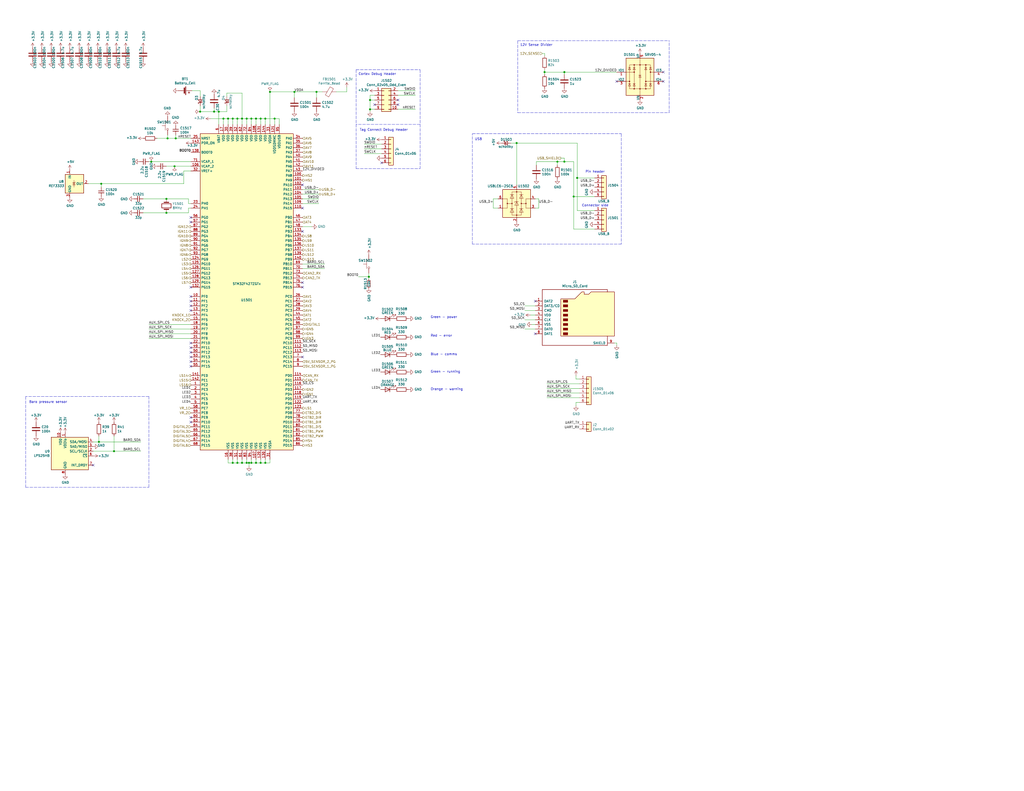
<source format=kicad_sch>
(kicad_sch (version 20211123) (generator eeschema)
  (paper "C")
  (title_block (title "1999 Dodge Dakota Based on rusEFI/proteus") (date "2023-08-12") (rev "V0.1") (company "rusEFI"))
  (junction (at 160.655 50.165))
  (junction (at 201.93 54.61))
  (junction (at 314.96 97.155))
  (junction (at 119.38 60.96))
  (junction (at 135.89 252.73))
  (junction (at 53.975 241.3))
  (junction (at 55.245 100.33))
  (junction (at 304.165 88.265))
  (junction (at 90.805 116.205))
  (junction (at 134.62 64.77))
  (junction (at 313.055 107.315))
  (junction (at 142.24 252.73))
  (junction (at 297.18 39.37))
  (junction (at 95.25 90.805))
  (junction (at 129.54 252.73))
  (junction (at 144.78 64.77))
  (junction (at 134.62 252.73))
  (junction (at 132.08 64.77))
  (junction (at 307.975 88.265))
  (junction (at 201.295 151.13))
  (junction (at 132.08 252.73))
  (junction (at 116.84 60.96))
  (junction (at 142.24 64.77))
  (junction (at 127 252.73))
  (junction (at 147.32 50.165))
  (junction (at 172.72 50.165))
  (junction (at 129.54 64.77))
  (junction (at 149.86 64.77))
  (junction (at 201.93 59.69))
  (junction (at 307.975 39.37))
  (junction (at 137.16 252.73))
  (junction (at 90.805 108.585))
  (junction (at 91.44 75.565))
  (junction (at 137.16 64.77))
  (junction (at 139.7 64.77))
  (junction (at 139.7 252.73))
  (junction (at 95.885 75.565))
  (junction (at 109.22 60.96))
  (junction (at 82.55 88.265))
  (junction (at 124.46 64.77))
  (junction (at 121.92 64.77))
  (junction (at 144.78 252.73))
  (junction (at 62.23 246.38))
  (junction (at 281.94 78.105))
  (junction (at 127 64.77))
  (no_connect (at 292.1 164.465))
  (no_connect (at 104.14 197.485))
  (no_connect (at 165.1 126.365))
  (no_connect (at 217.17 54.61))
  (no_connect (at 165.1 156.845))
  (no_connect (at 104.14 227.965))
  (no_connect (at 104.14 189.865))
  (no_connect (at 104.14 169.545))
  (no_connect (at 165.1 113.665))
  (no_connect (at 104.14 121.285))
  (no_connect (at 104.14 161.925))
  (no_connect (at 104.14 230.505))
  (no_connect (at 165.1 154.305))
  (no_connect (at 165.1 100.965))
  (no_connect (at 104.14 192.405))
  (no_connect (at 50.8 254))
  (no_connect (at 104.14 167.005))
  (no_connect (at 104.14 200.025))
  (no_connect (at 361.95 39.37))
  (no_connect (at 217.17 57.15))
  (no_connect (at 336.55 44.45))
  (no_connect (at 104.14 194.945))
  (no_connect (at 104.14 187.325))
  (no_connect (at 292.1 182.245))
  (no_connect (at 104.14 118.745))
  (no_connect (at 361.95 44.45))
  (no_connect (at 104.14 156.845))
  (no_connect (at 204.47 57.15))
  (no_connect (at 165.1 194.945))
  (no_connect (at 104.14 164.465))
  (no_connect (at 208.28 88.9))
  (wire (pts (xy 290.195 177.165) (xy 292.1 177.165)))
  (wire (pts (xy 144.78 252.73) (xy 147.32 252.73)))
  (wire (pts (xy 55.245 100.33) (xy 55.245 102.235)))
  (polyline (pts (xy 81.28 216.535) (xy 13.97 216.535)))
  (wire (pts (xy 129.54 252.73) (xy 132.08 252.73)))
  (wire (pts (xy 324.485 97.155) (xy 314.96 97.155)))
  (wire (pts (xy 173.99 111.125) (xy 165.1 111.125)))
  (wire (pts (xy 297.18 29.21) (xy 295.91 29.21)))
  (wire (pts (xy 104.14 88.265) (xy 82.55 88.265)))
  (wire (pts (xy 116.84 60.96) (xy 109.22 60.96)))
  (polyline (pts (xy 13.97 216.535) (xy 13.97 266.065)))
  (wire (pts (xy 152.4 64.77) (xy 149.86 64.77)))
  (wire (pts (xy 313.055 107.315) (xy 313.055 125.095)))
  (wire (pts (xy 124.46 64.77) (xy 124.46 67.945)))
  (wire (pts (xy 298.45 209.55) (xy 316.23 209.55)))
  (wire (pts (xy 217.17 52.07) (xy 226.695 52.07)))
  (wire (pts (xy 139.7 64.77) (xy 142.24 64.77)))
  (wire (pts (xy 281.94 78.105) (xy 278.765 78.105)))
  (polyline (pts (xy 282.575 61.595) (xy 365.125 61.595)))
  (wire (pts (xy 144.78 252.73) (xy 144.78 250.825)))
  (polyline (pts (xy 194.31 38.1) (xy 229.235 38.1)))
  (wire (pts (xy 48.26 100.33) (xy 55.245 100.33)))
  (wire (pts (xy 135.89 254.635) (xy 135.89 252.73)))
  (wire (pts (xy 132.08 64.77) (xy 132.08 50.8)))
  (wire (pts (xy 269.24 108.585) (xy 271.78 108.585)))
  (wire (pts (xy 91.44 73.66) (xy 91.44 75.565)))
  (polyline (pts (xy 339.09 133.35) (xy 257.81 133.35)))
  (wire (pts (xy 119.38 60.96) (xy 116.84 60.96)))
  (wire (pts (xy 124.46 252.73) (xy 127 252.73)))
  (wire (pts (xy 95.25 90.805) (xy 104.14 90.805)))
  (wire (pts (xy 201.295 151.13) (xy 201.295 149.225)))
  (wire (pts (xy 316.23 217.17) (xy 298.45 217.17)))
  (polyline (pts (xy 339.09 73.025) (xy 339.09 133.35)))
  (wire (pts (xy 62.23 238.125) (xy 62.23 246.38)))
  (wire (pts (xy 116.84 59.055) (xy 116.84 60.96)))
  (wire (pts (xy 313.055 107.315) (xy 313.055 88.265)))
  (wire (pts (xy 201.93 52.07) (xy 204.47 52.07)))
  (wire (pts (xy 109.22 49.53) (xy 109.22 52.705)))
  (wire (pts (xy 90.805 116.205) (xy 102.87 116.205)))
  (polyline (pts (xy 194.31 92.075) (xy 229.235 92.075)))
  (wire (pts (xy 137.16 67.945) (xy 137.16 64.77)))
  (wire (pts (xy 269.24 108.585) (xy 269.24 113.665)))
  (wire (pts (xy 307.975 88.265) (xy 304.165 88.265)))
  (wire (pts (xy 165.1 146.685) (xy 177.165 146.685)))
  (wire (pts (xy 314.325 219.71) (xy 316.23 219.71)))
  (wire (pts (xy 135.89 252.73) (xy 137.16 252.73)))
  (wire (pts (xy 134.62 67.945) (xy 134.62 64.77)))
  (wire (pts (xy 102.87 111.125) (xy 102.87 108.585)))
  (wire (pts (xy 294.005 108.585) (xy 294.005 113.665)))
  (wire (pts (xy 208.28 78.74) (xy 198.755 78.74)))
  (wire (pts (xy 307.975 86.36) (xy 307.975 88.265)))
  (wire (pts (xy 123.825 50.8) (xy 123.825 52.705)))
  (wire (pts (xy 173.99 103.505) (xy 165.1 103.505)))
  (wire (pts (xy 286.385 179.705) (xy 292.1 179.705)))
  (wire (pts (xy 172.72 53.34) (xy 172.72 50.165)))
  (wire (pts (xy 183.515 50.165) (xy 189.23 50.165)))
  (wire (pts (xy 198.755 81.28) (xy 208.28 81.28)))
  (polyline (pts (xy 229.235 67.945) (xy 194.31 67.945)))
  (wire (pts (xy 298.45 212.09) (xy 316.23 212.09)))
  (polyline (pts (xy 194.31 38.1) (xy 194.31 92.075)))
  (wire (pts (xy 90.805 108.585) (xy 78.105 108.585)))
  (wire (pts (xy 226.695 59.69) (xy 217.17 59.69)))
  (wire (pts (xy 201.295 152.4) (xy 201.295 151.13)))
  (wire (pts (xy 95.885 75.565) (xy 95.885 73.66)))
  (wire (pts (xy 297.18 39.37) (xy 297.18 40.64)))
  (wire (pts (xy 147.32 252.73) (xy 147.32 250.825)))
  (wire (pts (xy 62.23 246.38) (xy 76.835 246.38)))
  (wire (pts (xy 129.54 64.77) (xy 129.54 67.945)))
  (wire (pts (xy 134.62 252.73) (xy 135.89 252.73)))
  (wire (pts (xy 304.165 90.17) (xy 304.165 88.265)))
  (wire (pts (xy 292.1 108.585) (xy 294.005 108.585)))
  (wire (pts (xy 314.96 97.155) (xy 314.96 78.105)))
  (wire (pts (xy 127 252.73) (xy 127 250.825)))
  (wire (pts (xy 137.16 250.825) (xy 137.16 252.73)))
  (wire (pts (xy 132.08 252.73) (xy 134.62 252.73)))
  (wire (pts (xy 149.86 64.77) (xy 149.86 67.945)))
  (wire (pts (xy 286.385 174.625) (xy 292.1 174.625)))
  (wire (pts (xy 269.24 113.665) (xy 271.78 113.665)))
  (wire (pts (xy 314.325 221.615) (xy 314.325 219.71)))
  (wire (pts (xy 324.485 114.935) (xy 314.96 114.935)))
  (wire (pts (xy 104.14 182.245) (xy 81.28 182.245)))
  (wire (pts (xy 313.055 107.315) (xy 324.485 107.315)))
  (wire (pts (xy 114.935 64.77) (xy 121.92 64.77)))
  (wire (pts (xy 104.775 49.53) (xy 109.22 49.53)))
  (wire (pts (xy 201.295 151.13) (xy 195.58 151.13)))
  (wire (pts (xy 336.55 187.325) (xy 335.28 187.325)))
  (polyline (pts (xy 257.81 133.35) (xy 257.81 73.025)))
  (wire (pts (xy 204.47 59.69) (xy 201.93 59.69)))
  (wire (pts (xy 316.23 214.63) (xy 298.45 214.63)))
  (wire (pts (xy 306.07 86.36) (xy 307.975 86.36)))
  (wire (pts (xy 90.805 90.805) (xy 95.25 90.805)))
  (wire (pts (xy 189.23 50.165) (xy 189.23 47.625)))
  (wire (pts (xy 313.055 125.095) (xy 324.485 125.095)))
  (wire (pts (xy 134.62 252.73) (xy 134.62 250.825)))
  (wire (pts (xy 100.33 93.345) (xy 104.14 93.345)))
  (wire (pts (xy 78.105 116.205) (xy 90.805 116.205)))
  (wire (pts (xy 85.725 75.565) (xy 91.44 75.565)))
  (wire (pts (xy 102.87 116.205) (xy 102.87 113.665)))
  (polyline (pts (xy 257.81 73.025) (xy 339.09 73.025)))
  (wire (pts (xy 307.975 39.37) (xy 307.975 40.64)))
  (wire (pts (xy 297.18 30.48) (xy 297.18 29.21)))
  (wire (pts (xy 152.4 67.945) (xy 152.4 64.77)))
  (wire (pts (xy 297.18 38.1) (xy 297.18 39.37)))
  (wire (pts (xy 286.385 169.545) (xy 292.1 169.545)))
  (wire (pts (xy 201.93 54.61) (xy 201.93 52.07)))
  (wire (pts (xy 177.165 144.145) (xy 165.1 144.145)))
  (wire (pts (xy 292.735 88.265) (xy 292.735 90.17)))
  (polyline (pts (xy 365.125 61.595) (xy 365.125 22.225)))
  (wire (pts (xy 81.28 179.705) (xy 104.14 179.705)))
  (wire (pts (xy 109.22 60.96) (xy 109.22 57.785)))
  (wire (pts (xy 314.96 114.935) (xy 314.96 97.155)))
  (wire (pts (xy 201.93 59.69) (xy 201.93 54.61)))
  (wire (pts (xy 132.08 50.8) (xy 123.825 50.8)))
  (wire (pts (xy 127 252.73) (xy 129.54 252.73)))
  (wire (pts (xy 121.92 64.77) (xy 124.46 64.77)))
  (wire (pts (xy 170.18 123.825) (xy 165.1 123.825)))
  (wire (pts (xy 123.825 60.96) (xy 119.38 60.96)))
  (wire (pts (xy 100.33 93.345) (xy 100.33 100.33)))
  (wire (pts (xy 142.24 64.77) (xy 142.24 67.945)))
  (wire (pts (xy 217.17 49.53) (xy 226.695 49.53)))
  (wire (pts (xy 139.7 250.825) (xy 139.7 252.73)))
  (wire (pts (xy 313.055 88.265) (xy 307.975 88.265)))
  (wire (pts (xy 127 64.77) (xy 129.54 64.77)))
  (wire (pts (xy 123.825 57.785) (xy 123.825 60.96)))
  (wire (pts (xy 119.38 60.96) (xy 119.38 67.945)))
  (wire (pts (xy 134.62 64.77) (xy 137.16 64.77)))
  (wire (pts (xy 297.18 39.37) (xy 307.975 39.37)))
  (wire (pts (xy 132.08 250.825) (xy 132.08 252.73)))
  (wire (pts (xy 132.08 67.945) (xy 132.08 64.77)))
  (wire (pts (xy 82.55 88.265) (xy 81.28 88.265)))
  (wire (pts (xy 172.72 50.165) (xy 160.655 50.165)))
  (wire (pts (xy 208.28 83.82) (xy 198.755 83.82)))
  (wire (pts (xy 144.78 64.77) (xy 149.86 64.77)))
  (wire (pts (xy 53.975 238.125) (xy 53.975 241.3)))
  (wire (pts (xy 102.87 113.665) (xy 104.14 113.665)))
  (wire (pts (xy 104.14 184.785) (xy 81.28 184.785)))
  (wire (pts (xy 139.7 67.945) (xy 139.7 64.77)))
  (polyline (pts (xy 13.97 266.065) (xy 81.28 266.065)))
  (wire (pts (xy 137.16 252.73) (xy 139.7 252.73)))
  (wire (pts (xy 139.7 252.73) (xy 142.24 252.73)))
  (wire (pts (xy 95.885 75.565) (xy 104.14 75.565)))
  (wire (pts (xy 50.8 241.3) (xy 53.975 241.3)))
  (wire (pts (xy 289.56 172.085) (xy 292.1 172.085)))
  (wire (pts (xy 147.32 50.165) (xy 160.655 50.165)))
  (wire (pts (xy 314.96 78.105) (xy 281.94 78.105)))
  (wire (pts (xy 281.94 100.965) (xy 281.94 78.105)))
  (wire (pts (xy 286.385 167.005) (xy 292.1 167.005)))
  (wire (pts (xy 173.99 108.585) (xy 165.1 108.585)))
  (wire (pts (xy 314.325 207.01) (xy 316.23 207.01)))
  (polyline (pts (xy 282.575 22.225) (xy 282.575 61.595)))
  (wire (pts (xy 129.54 64.77) (xy 132.08 64.77)))
  (wire (pts (xy 137.16 64.77) (xy 139.7 64.77)))
  (wire (pts (xy 55.245 100.33) (xy 100.33 100.33)))
  (wire (pts (xy 314.325 205.105) (xy 314.325 207.01)))
  (wire (pts (xy 91.44 75.565) (xy 95.885 75.565)))
  (polyline (pts (xy 81.28 266.065) (xy 81.28 216.535)))
  (wire (pts (xy 81.28 177.165) (xy 104.14 177.165)))
  (wire (pts (xy 304.165 88.265) (xy 292.735 88.265)))
  (wire (pts (xy 124.46 250.825) (xy 124.46 252.73)))
  (wire (pts (xy 129.54 250.825) (xy 129.54 252.73)))
  (wire (pts (xy 104.14 111.125) (xy 102.87 111.125)))
  (wire (pts (xy 121.92 64.77) (xy 121.92 67.945)))
  (wire (pts (xy 132.08 64.77) (xy 134.62 64.77)))
  (wire (pts (xy 165.1 106.045) (xy 173.99 106.045)))
  (wire (pts (xy 127 64.77) (xy 127 67.945)))
  (wire (pts (xy 336.55 188.595) (xy 336.55 187.325)))
  (wire (pts (xy 50.8 246.38) (xy 62.23 246.38)))
  (polyline (pts (xy 229.235 38.1) (xy 229.235 92.075)))
  (wire (pts (xy 172.72 50.165) (xy 175.895 50.165)))
  (wire (pts (xy 90.805 108.585) (xy 102.87 108.585)))
  (wire (pts (xy 142.24 64.77) (xy 144.78 64.77)))
  (wire (pts (xy 147.32 50.165) (xy 147.32 67.945)))
  (wire (pts (xy 53.975 241.3) (xy 76.835 241.3)))
  (wire (pts (xy 160.655 50.165) (xy 160.655 53.34)))
  (wire (pts (xy 307.975 39.37) (xy 336.55 39.37)))
  (wire (pts (xy 142.24 252.73) (xy 144.78 252.73)))
  (wire (pts (xy 201.93 59.69) (xy 201.93 60.96)))
  (wire (pts (xy 292.1 113.665) (xy 294.005 113.665)))
  (wire (pts (xy 124.46 64.77) (xy 127 64.77)))
  (wire (pts (xy 142.24 252.73) (xy 142.24 250.825)))
  (wire (pts (xy 144.78 64.77) (xy 144.78 67.945)))
  (wire (pts (xy 204.47 54.61) (xy 201.93 54.61)))
  (polyline (pts (xy 282.575 22.225) (xy 365.125 22.225)))
  (text "Baro pressure sensor" (at 15.875 220.345 0) (effects (font (size 1.27 1.27)) (justify left bottom)))
  (text "Tag Connect Debug Header" (at 196.215 71.755 0) (effects (font (size 1.27 1.27)) (justify left bottom)))
  (text "12V Sense Divider" (at 283.845 25.4 0) (effects (font (size 1.27 1.27)) (justify left bottom)))
  (text "Orange - warning" (at 234.95 213.36 0) (effects (font (size 1.27 1.27)) (justify left bottom)))
  (text "Green - running" (at 234.95 203.835 0) (effects (font (size 1.27 1.27)) (justify left bottom)))
  (text "USB" (at 259.08 76.835 0) (effects (font (size 1.27 1.27)) (justify left bottom)))
  (text "Cortex Debug Header" (at 195.58 41.275 0) (effects (font (size 1.27 1.27)) (justify left bottom)))
  (text "Red - error" (at 234.95 184.15 0) (effects (font (size 1.27 1.27)) (justify left bottom)))
  (text "Blue - comms" (at 234.95 194.31 0) (effects (font (size 1.27 1.27)) (justify left bottom)))
  (text "Pin header" (at 319.405 94.615 0) (effects (font (size 1.27 1.27)) (justify left bottom)))
  (text "Connector side" (at 317.5 113.03 0) (effects (font (size 1.27 1.27)) (justify left bottom)))
  (text "Green - power" (at 234.95 173.99 0) (effects (font (size 1.27 1.27)) (justify left bottom)))
  (label "SWDIO" (at 226.695 49.53 180))
  (label "BARO_SDA" (at 76.835 241.3 180))
  (label "BOOT0" (at 195.58 151.13 180))
  (label "AUX_SPI_SCK" (at 81.28 179.705 0))
  (label "SWDIO" (at 173.99 108.585 180))
  (label "BARO_SCL" (at 76.835 246.38 180))
  (label "SD_MISO" (at 286.385 179.705 180))
  (label "nRESET" (at 97.155 75.565 0))
  (label "BOOT0" (at 104.14 83.185 180))
  (label "SWCLK" (at 173.99 111.125 180))
  (label "12V_DIVIDED" (at 336.55 39.37 180))
  (label "SWCLK" (at 226.695 52.07 180))
  (label "LED3" (at 104.14 217.805 180))
  (label "SD_MOSI" (at 286.385 169.545 180))
  (label "LED1" (at 104.14 212.725 180))
  (label "USB_D-" (at 324.485 99.695 180))
  (label "BARO_SDA" (at 177.165 146.685 180))
  (label "AUX_SPI_MISO" (at 298.45 214.63 0))
  (label "USB_D-" (at 324.485 117.475 180))
  (label "LED2" (at 207.645 193.675 180))
  (label "SD_CS" (at 286.385 167.005 180))
  (label "nRESET" (at 198.755 81.28 0))
  (label "BARO_SCL" (at 177.165 144.145 180))
  (label "VDDA" (at 160.655 50.165 0))
  (label "USB_D-" (at 173.99 103.505 180))
  (label "LED2" (at 104.14 215.265 180))
  (label "LED3" (at 207.645 203.2 180))
  (label "USB_D+" (at 324.485 102.235 180))
  (label "AUX_SPI_SCK" (at 298.45 212.09 0))
  (label "AUX_SPI_MOSI" (at 81.28 184.785 0))
  (label "AUX_SPI_MISO" (at 81.28 182.245 0))
  (label "SWCLK" (at 198.755 83.82 0))
  (label "BOOT0" (at 104.14 83.185 180))
  (label "SWDIO" (at 198.755 78.74 0))
  (label "SD_SCK" (at 165.1 187.325 0))
  (label "nRESET" (at 226.695 59.69 180))
  (label "UART_RX" (at 165.1 220.345 0))
  (label "USB_D+" (at 269.24 111.125 180))
  (label "AUX_SPI_MOSI" (at 298.45 217.17 0))
  (label "SD_MISO" (at 165.1 189.865 0))
  (label "UART_TX" (at 165.1 217.805 0))
  (label "12V_DIVIDED" (at 165.1 93.345 0))
  (label "LED4" (at 104.14 220.345 180))
  (label "UART_TX" (at 316.23 231.775 180))
  (label "USB_D+" (at 324.485 120.015 180))
  (label "UART_RX" (at 316.23 234.315 180))
  (label "SD_SCK" (at 286.385 174.625 180))
  (label "AUX_SPI_CS" (at 298.45 209.55 0))
  (label "SD_MOSI" (at 165.1 192.405 0))
  (label "LED4" (at 207.645 212.725 180))
  (label "USB_D-" (at 294.005 111.125 0))
  (label "AUX_SPI_CS" (at 81.28 177.165 0))
  (label "LED1" (at 207.645 184.15 180))
  (label "USB_D+" (at 173.99 106.045 180))
  (label "SD_CS" (at 165.1 210.185 0))
  (hierarchical_label "HS4" (shape output) (at 165.1 240.665 0))
  (hierarchical_label "LS3" (shape output) (at 104.14 144.145 180))
  (hierarchical_label "LS16" (shape output) (at 104.14 210.185 180))
  (hierarchical_label "CAN2_RX" (shape input) (at 165.1 149.225 0))
  (hierarchical_label "LS6" (shape output) (at 104.14 151.765 180))
  (hierarchical_label "IGN5" (shape output) (at 165.1 179.705 0))
  (hierarchical_label "AV1" (shape input) (at 165.1 161.925 0))
  (hierarchical_label "DIGITAL1" (shape input) (at 165.1 177.165 0))
  (hierarchical_label "DIGITAL3" (shape input) (at 104.14 235.585 180))
  (hierarchical_label "LS11" (shape output) (at 165.1 136.525 0))
  (hierarchical_label "CAN_RX" (shape input) (at 165.1 205.105 0))
  (hierarchical_label "12V_SENSE" (shape input) (at 295.91 29.21 180))
  (hierarchical_label "AV11" (shape input) (at 165.1 90.805 0))
  (hierarchical_label "ETB2_DIR" (shape output) (at 165.1 227.965 0))
  (hierarchical_label "KNOCK_2" (shape input) (at 104.14 174.625 180))
  (hierarchical_label "IGN6" (shape output) (at 104.14 139.065 180))
  (hierarchical_label "AV5" (shape input) (at 165.1 75.565 0))
  (hierarchical_label "ETB1_DIR" (shape output) (at 165.1 230.505 0))
  (hierarchical_label "AV8" (shape input) (at 165.1 83.185 0))
  (hierarchical_label "IGN9" (shape output) (at 104.14 131.445 180))
  (hierarchical_label "ETB1_DIS" (shape output) (at 165.1 233.045 0))
  (hierarchical_label "IGN11" (shape output) (at 104.14 126.365 180))
  (hierarchical_label "AV9" (shape input) (at 165.1 85.725 0))
  (hierarchical_label "AV6" (shape input) (at 165.1 78.105 0))
  (hierarchical_label "AT3" (shape input) (at 165.1 118.745 0))
  (hierarchical_label "IGN4" (shape output) (at 165.1 182.245 0))
  (hierarchical_label "CAN2_TX" (shape output) (at 165.1 151.765 0))
  (hierarchical_label "USB_SHIELD" (shape passive) (at 306.07 86.36 180))
  (hierarchical_label "LS1" (shape output) (at 165.1 222.885 0))
  (hierarchical_label "LS9" (shape output) (at 165.1 131.445 0))
  (hierarchical_label "LS5" (shape output) (at 104.14 149.225 180))
  (hierarchical_label "DIGITAL6" (shape input) (at 104.14 243.205 180))
  (hierarchical_label "IGN1" (shape output) (at 165.1 215.265 0))
  (hierarchical_label "LS4" (shape output) (at 104.14 146.685 180))
  (hierarchical_label "KNOCK_1" (shape input) (at 104.14 172.085 180))
  (hierarchical_label "AV7" (shape input) (at 165.1 80.645 0))
  (hierarchical_label "IGN3" (shape output) (at 165.1 184.785 0))
  (hierarchical_label "DIGITAL2" (shape input) (at 104.14 233.045 180))
  (hierarchical_label "LS14" (shape output) (at 104.14 205.105 180))
  (hierarchical_label "LS13" (shape output) (at 165.1 141.605 0))
  (hierarchical_label "CAN_TX" (shape output) (at 165.1 207.645 0))
  (hierarchical_label "5V_SENSOR_2_PG" (shape input) (at 165.1 197.485 0))
  (hierarchical_label "5V_SENSOR_1_PG" (shape input) (at 165.1 200.025 0))
  (hierarchical_label "VR_1" (shape input) (at 104.14 222.885 180))
  (hierarchical_label "VR_2" (shape input) (at 104.14 225.425 180))
  (hierarchical_label "IGN12" (shape output) (at 104.14 123.825 180))
  (hierarchical_label "HS1" (shape output) (at 165.1 98.425 0))
  (hierarchical_label "AT2" (shape input) (at 165.1 174.625 0))
  (hierarchical_label "ETB2_DIS" (shape output) (at 165.1 225.425 0))
  (hierarchical_label "AV2" (shape input) (at 165.1 164.465 0))
  (hierarchical_label "LS10" (shape output) (at 165.1 133.985 0))
  (hierarchical_label "IGN7" (shape output) (at 104.14 136.525 180))
  (hierarchical_label "IGN10" (shape output) (at 104.14 128.905 180))
  (hierarchical_label "ETB1_PWM" (shape output) (at 165.1 235.585 0))
  (hierarchical_label "DIGITAL4" (shape input) (at 104.14 240.665 180))
  (hierarchical_label "HS2" (shape output) (at 165.1 95.885 0))
  (hierarchical_label "AT4" (shape input) (at 165.1 121.285 0))
  (hierarchical_label "LS2" (shape output) (at 104.14 141.605 180))
  (hierarchical_label "AV10" (shape input) (at 165.1 88.265 0))
  (hierarchical_label "DIGITAL5" (shape input) (at 104.14 238.125 180))
  (hierarchical_label "LS8" (shape output) (at 165.1 128.905 0))
  (hierarchical_label "USB_D+" (shape bidirectional) (at 173.99 106.045 0))
  (hierarchical_label "USB_D-" (shape bidirectional) (at 173.99 103.505 0))
  (hierarchical_label "LS15" (shape output) (at 104.14 207.645 180))
  (hierarchical_label "HS3" (shape output) (at 165.1 243.205 0))
  (hierarchical_label "AV3" (shape input) (at 165.1 167.005 0))
  (hierarchical_label "IGN2" (shape output) (at 165.1 212.725 0))
  (hierarchical_label "AT1" (shape input) (at 165.1 172.085 0))
  (hierarchical_label "LS12" (shape output) (at 165.1 139.065 0))
  (hierarchical_label "AV4" (shape input) (at 165.1 169.545 0))
  (hierarchical_label "ETB2_PWM" (shape output) (at 165.1 238.125 0))
  (hierarchical_label "LS7" (shape output) (at 104.14 154.305 180))
  (hierarchical_label "IGN8" (shape output) (at 104.14 133.985 180))
  (symbol (lib_id "MCU_ST_STM32F7:STM32F767ZITx") (at 134.62 159.385 0) (unit 1)
    (property "Reference" "U1501" (at 134.62 163.83 0))
    (property "Value" "STM32F427ZGTx" (at 134.62 154.94 0))
    (property "Footprint" "Package_QFP:LQFP-144_20x20mm_P0.5mm" (effects hide))
    (property "Datasheet" "http://www.st.com/st-web-ui/static/active/en/resource/technical/document/datasheet/DM00273119.pdf" (effects hide))
    (property "PN" "STM32F767ZIT6" (effects hide))
    (property "LCSC" "C117816" (effects hide))
  )
  (symbol (lib_id "Device:C") (at 43.18 29.845 0) (mirror x) (unit 1)
    (property "Reference" "C1508" (at 44.45 31.115 90) (effects (justify left)))
    (property "Value" "100n" (at 44.45 25.4 90) (effects (justify left)))
    (property "Footprint" "Capacitor_SMD:C_0603_1608Metric" (effects hide))
    (property "LCSC" "C14663" (effects hide))
    (property "LCSC_ext" "0" (effects hide))
  )
  (symbol (lib_id "Device:C") (at 48.26 29.845 0) (mirror x) (unit 1)
    (property "Reference" "C1509" (at 49.53 31.115 90) (effects (justify left)))
    (property "Value" "100n" (at 49.53 25.4 90) (effects (justify left)))
    (property "Footprint" "Capacitor_SMD:C_0603_1608Metric" (effects hide))
    (property "LCSC" "C14663" (effects hide))
    (property "LCSC_ext" "0" (effects hide))
  )
  (symbol (lib_id "Device:C") (at 53.34 29.845 0) (mirror x) (unit 1)
    (property "Reference" "C1510" (at 54.61 31.115 90) (effects (justify left)))
    (property "Value" "100n" (at 54.61 25.4 90) (effects (justify left)))
    (property "Footprint" "Capacitor_SMD:C_0603_1608Metric" (effects hide))
    (property "LCSC" "C14663" (effects hide))
    (property "LCSC_ext" "0" (effects hide))
  )
  (symbol (lib_id "Device:C") (at 58.42 29.845 0) (mirror x) (unit 1)
    (property "Reference" "C1511" (at 59.69 31.115 90) (effects (justify left)))
    (property "Value" "100n" (at 59.69 25.4 90) (effects (justify left)))
    (property "Footprint" "Capacitor_SMD:C_0603_1608Metric" (effects hide))
    (property "LCSC" "C14663" (effects hide))
    (property "LCSC_ext" "0" (effects hide))
  )
  (symbol (lib_id "Device:C") (at 63.5 29.845 0) (mirror x) (unit 1)
    (property "Reference" "C1512" (at 64.77 31.115 90) (effects (justify left)))
    (property "Value" "4.7u" (at 64.77 25.4 90) (effects (justify left)))
    (property "Footprint" "Capacitor_SMD:C_0603_1608Metric" (effects hide))
    (property "PN" "CGA3E2X7R1H103M080AA" (effects hide))
    (property "LCSC" "C19666" (effects hide))
    (property "LCSC_ext" "0" (effects hide))
  )
  (symbol (lib_id "Device:C") (at 68.58 29.845 0) (mirror x) (unit 1)
    (property "Reference" "C1513" (at 69.85 31.115 90) (effects (justify left)))
    (property "Value" "100n" (at 69.85 25.4 90) (effects (justify left)))
    (property "Footprint" "Capacitor_SMD:C_0603_1608Metric" (effects hide))
    (property "LCSC" "C14663" (effects hide))
    (property "LCSC_ext" "0" (effects hide))
  )
  (symbol (lib_id "power:GND") (at 22.86 33.655 0) (mirror y) (unit 1)
    (property "Reference" "#PWR01504" (effects hide))
    (property "Value" "GND" (effects hide))
  )
  (symbol (lib_id "power:GND") (at 27.94 33.655 0) (mirror y) (unit 1)
    (property "Reference" "#PWR01505" (effects hide))
    (property "Value" "GND" (effects hide))
  )
  (symbol (lib_id "power:GND") (at 33.02 33.655 0) (mirror y) (unit 1)
    (property "Reference" "#PWR01506" (effects hide))
    (property "Value" "GND" (effects hide))
  )
  (symbol (lib_id "power:GND") (at 38.1 33.655 0) (mirror y) (unit 1)
    (property "Reference" "#PWR01507" (effects hide))
    (property "Value" "GND" (effects hide))
  )
  (symbol (lib_id "power:GND") (at 43.18 33.655 0) (mirror y) (unit 1)
    (property "Reference" "#PWR01508" (effects hide))
    (property "Value" "GND" (effects hide))
  )
  (symbol (lib_id "power:GND") (at 48.26 33.655 0) (mirror y) (unit 1)
    (property "Reference" "#PWR01509" (effects hide))
    (property "Value" "GND" (effects hide))
  )
  (symbol (lib_id "power:GND") (at 53.34 33.655 0) (mirror y) (unit 1)
    (property "Reference" "#PWR01510" (effects hide))
    (property "Value" "GND" (effects hide))
  )
  (symbol (lib_id "power:GND") (at 58.42 33.655 0) (mirror y) (unit 1)
    (property "Reference" "#PWR01511" (effects hide))
    (property "Value" "GND" (effects hide))
  )
  (symbol (lib_id "power:GND") (at 63.5 33.655 0) (mirror y) (unit 1)
    (property "Reference" "#PWR01512" (effects hide))
    (property "Value" "GND" (effects hide))
  )
  (symbol (lib_id "power:GND") (at 68.58 33.655 0) (mirror y) (unit 1)
    (property "Reference" "#PWR01513" (effects hide))
    (property "Value" "GND" (effects hide))
  )
  (symbol (lib_id "Device:C") (at 78.105 29.845 180) (unit 1)
    (property "Reference" "C1515" (at 76.835 31.115 90) (effects (justify left)))
    (property "Value" "4.7u" (at 76.835 25.4 90) (effects (justify left)))
    (property "Footprint" "Capacitor_SMD:C_0603_1608Metric" (effects hide))
    (property "PN" "CGA3E2X7R1H103M080AA" (effects hide))
    (property "LCSC" "C19666" (effects hide))
    (property "LCSC_ext" "0" (effects hide))
  )
  (symbol (lib_id "power:GND") (at 78.105 33.655 0) (unit 1)
    (property "Reference" "#PWR01515" (effects hide))
    (property "Value" "GND" (effects hide))
  )
  (symbol (lib_id "Device:LED") (at 211.455 173.99 180) (unit 1)
    (property "Reference" "D1502" (at 211.455 168.91 0))
    (property "Value" "GREEN" (at 211.455 170.815 0))
    (property "Footprint" "LED_SMD:LED_0603_1608Metric_Castellated" (effects hide))
    (property "LCSC" "C72043" (effects hide))
    (property "LCSC_ext" "0" (effects hide))
  )
  (symbol (lib_id "power:+3.3V") (at 207.645 173.99 90) (unit 1)
    (property "Reference" "#PWR0225" (effects hide))
    (property "Value" "+3.3V" (at 204.3938 173.609 90) (effects (justify left)))
  )
  (symbol (lib_id "Device:R") (at 219.075 173.99 270) (unit 1)
    (property "Reference" "R1508" (at 219.075 168.7322 90))
    (property "Value" "330" (at 219.075 171.0436 90))
    (property "Footprint" "Resistor_SMD:R_0402_1005Metric" (effects hide))
    (property "LCSC" "C25104" (effects hide))
  )
  (symbol (lib_id "power:GND") (at 222.885 173.99 90) (unit 1)
    (property "Reference" "#PWR0226" (effects hide))
    (property "Value" "GND" (at 226.1362 173.863 90) (effects (justify right)))
  )
  (symbol (lib_id "Switch:SW_Push") (at 91.44 68.58 90) (unit 1)
    (property "Reference" "SW1501" (at 85.725 66.675 90) (effects (justify right)))
    (property "Value" "SW_Push" (effects hide))
    (property "Footprint" "Button_Switch_SMD:SW_SPST_EVQQ2" (effects hide))
    (property "LCSC" "C318887" (effects hide))
    (property "LCSC_ext" "1" (effects hide))
  )
  (symbol (lib_id "power:GND") (at 91.44 63.5 180) (unit 1)
    (property "Reference" "#PWR0110" (effects hide))
    (property "Value" "GND" (at 91.313 59.1058 0))
  )
  (symbol (lib_id "power:+3.3V") (at 104.14 78.105 90) (unit 1)
    (property "Reference" "#PWR0239" (effects hide))
    (property "Value" "+3.3V" (at 107.95 79.375 90) (effects (justify left)))
  )
  (symbol (lib_id "power:GND") (at 135.89 254.635 0) (unit 1)
    (property "Reference" "#PWR01534" (effects hide))
    (property "Value" "GND" (at 136.017 259.0292 0))
  )
  (symbol (lib_id "power:+3.3V") (at 114.935 64.77 90) (unit 1)
    (property "Reference" "#PWR01519" (effects hide))
    (property "Value" "+3.3V" (at 111.6838 64.389 90) (effects (justify left)))
  )
  (symbol (lib_id "Device:FerriteBead") (at 179.705 50.165 270) (unit 1)
    (property "Reference" "FB1501" (at 179.705 43.2054 90))
    (property "Value" "Ferrite_Bead" (at 179.705 45.5168 90))
    (property "Footprint" "Inductor_SMD:L_0805_2012Metric" (effects hide))
    (property "LCSC" "C1015" (effects hide))
    (property "LCSC_ext" "0" (effects hide))
  )
  (symbol (lib_id "Device:C") (at 172.72 57.15 0) (unit 1)
    (property "Reference" "C1502" (at 175.641 55.9816 0) (effects (justify left)))
    (property "Value" "4.7u" (at 175.641 58.293 0) (effects (justify left)))
    (property "Footprint" "Capacitor_SMD:C_0603_1608Metric" (effects hide))
    (property "LCSC" "C19666" (effects hide))
    (property "LCSC_ext" "0" (effects hide))
  )
  (symbol (lib_id "Device:C") (at 160.655 57.15 0) (unit 1)
    (property "Reference" "C1501" (at 163.576 55.9816 0) (effects (justify left)))
    (property "Value" "100n" (at 163.576 58.293 0) (effects (justify left)))
    (property "Footprint" "Capacitor_SMD:C_0603_1608Metric" (effects hide))
    (property "LCSC" "C14663" (effects hide))
    (property "LCSC_ext" "0" (effects hide))
  )
  (symbol (lib_id "power:GND") (at 160.655 60.96 0) (unit 1)
    (property "Reference" "#PWR01516" (effects hide))
    (property "Value" "GND" (at 160.782 65.3542 0))
  )
  (symbol (lib_id "power:GND") (at 172.72 60.96 0) (unit 1)
    (property "Reference" "#PWR01517" (effects hide))
    (property "Value" "GND" (at 172.847 65.3542 0))
  )
  (symbol (lib_id "Device:C") (at 17.78 29.845 0) (mirror x) (unit 1)
    (property "Reference" "C1503" (at 19.05 31.115 90) (effects (justify left)))
    (property "Value" "100n" (at 19.05 25.4 90) (effects (justify left)))
    (property "Footprint" "Capacitor_SMD:C_0603_1608Metric" (effects hide))
    (property "LCSC" "C14663" (effects hide))
    (property "LCSC_ext" "0" (effects hide))
  )
  (symbol (lib_id "Device:C") (at 22.86 29.845 0) (mirror x) (unit 1)
    (property "Reference" "C1504" (at 24.13 31.115 90) (effects (justify left)))
    (property "Value" "100n" (at 24.13 25.4 90) (effects (justify left)))
    (property "Footprint" "Capacitor_SMD:C_0603_1608Metric" (effects hide))
    (property "LCSC" "C14663" (effects hide))
    (property "LCSC_ext" "0" (effects hide))
  )
  (symbol (lib_id "Device:C") (at 27.94 29.845 0) (mirror x) (unit 1)
    (property "Reference" "C1505" (at 29.21 31.115 90) (effects (justify left)))
    (property "Value" "100n" (at 29.21 25.4 90) (effects (justify left)))
    (property "Footprint" "Capacitor_SMD:C_0603_1608Metric" (effects hide))
    (property "LCSC" "C14663" (effects hide))
    (property "LCSC_ext" "0" (effects hide))
  )
  (symbol (lib_id "Device:C") (at 33.02 29.845 0) (mirror x) (unit 1)
    (property "Reference" "C1506" (at 34.29 31.115 90) (effects (justify left)))
    (property "Value" "4.7u" (at 34.29 25.4 90) (effects (justify left)))
    (property "Footprint" "Capacitor_SMD:C_0603_1608Metric" (effects hide))
    (property "PN" "CGA3E2X7R1H103M080AA" (effects hide))
    (property "LCSC" "C19666" (effects hide))
    (property "LCSC_ext" "0" (effects hide))
  )
  (symbol (lib_id "Device:C") (at 38.1 29.845 0) (mirror x) (unit 1)
    (property "Reference" "C1507" (at 39.37 31.115 90) (effects (justify left)))
    (property "Value" "4.7u" (at 39.37 25.4 90) (effects (justify left)))
    (property "Footprint" "Capacitor_SMD:C_0603_1608Metric" (effects hide))
    (property "PN" "CGA3E2X7R1H103M080AA" (effects hide))
    (property "LCSC" "C19666" (effects hide))
    (property "LCSC_ext" "0" (effects hide))
  )
  (symbol (lib_id "power:GND") (at 17.78 33.655 0) (mirror y) (unit 1)
    (property "Reference" "#PWR01503" (effects hide))
    (property "Value" "GND" (effects hide))
  )
  (symbol (lib_id "Device:C_Small") (at 55.245 104.775 0) (unit 1)
    (property "Reference" "C1520" (at 57.5818 103.6066 0) (effects (justify left)))
    (property "Value" "100n" (at 57.5818 105.918 0) (effects (justify left)))
    (property "Footprint" "Capacitor_SMD:C_0603_1608Metric" (effects hide))
    (property "LCSC" "C14663" (effects hide))
    (property "LCSC_ext" "0" (effects hide))
  )
  (symbol (lib_id "Device:C_Small") (at 88.265 90.805 270) (unit 1)
    (property "Reference" "C1519" (at 89.4334 93.1418 0) (effects (justify left)))
    (property "Value" "2.2u" (at 87.122 93.1418 0) (effects (justify left)))
    (property "Footprint" "Capacitor_SMD:C_0603_1608Metric" (effects hide))
    (property "LCSC" "C23630" (effects hide))
    (property "LCSC_ext" "0" (effects hide))
  )
  (symbol (lib_id "Device:C_Small") (at 78.74 88.265 270) (unit 1)
    (property "Reference" "C1518" (at 79.9084 90.6018 0) (effects (justify left)))
    (property "Value" "2.2u" (at 77.597 90.6018 0) (effects (justify left)))
    (property "Footprint" "Capacitor_SMD:C_0603_1608Metric" (effects hide))
    (property "LCSC" "C23630" (effects hide))
    (property "LCSC_ext" "0" (effects hide))
  )
  (symbol (lib_id "power:GND") (at 85.725 90.805 270) (unit 1)
    (property "Reference" "#PWR01526" (effects hide))
    (property "Value" "GND" (at 82.55 90.805 0))
  )
  (symbol (lib_id "power:GND") (at 76.2 88.265 270) (unit 1)
    (property "Reference" "#PWR01525" (effects hide))
    (property "Value" "GND" (at 73.025 88.265 0))
  )
  (symbol (lib_id "power:+3.3V") (at 189.23 47.625 0) (unit 1)
    (property "Reference" "#PWR01501" (effects hide))
    (property "Value" "+3.3V" (at 189.611 43.2308 0))
  )
  (symbol (lib_id "Device:C_Small") (at 95.885 71.12 0) (unit 1)
    (property "Reference" "C1517" (at 98.2218 69.9516 0) (effects (justify left)))
    (property "Value" "100n" (at 98.2218 72.263 0) (effects (justify left)))
    (property "Footprint" "Capacitor_SMD:C_0603_1608Metric" (effects hide))
    (property "LCSC" "C14663" (effects hide))
    (property "LCSC_ext" "0" (effects hide))
  )
  (symbol (lib_id "Device:R") (at 81.915 75.565 270) (unit 1)
    (property "Reference" "R1502" (at 81.915 70.3072 90))
    (property "Value" "10k" (at 81.915 72.6186 90))
    (property "Footprint" "Resistor_SMD:R_0402_1005Metric" (effects hide))
    (property "LCSC" "C25744" (effects hide))
    (property "LCSC_ext" "0" (effects hide))
  )
  (symbol (lib_id "power:+3.3V") (at 78.105 75.565 90) (unit 1)
    (property "Reference" "#PWR01524" (effects hide))
    (property "Value" "+3.3V" (at 74.8538 75.184 90) (effects (justify left)))
  )
  (symbol (lib_id "power:GND") (at 95.885 68.58 180) (unit 1)
    (property "Reference" "#PWR01521" (effects hide))
    (property "Value" "GND" (at 95.758 64.1858 0))
  )
  (symbol (lib_id "Device:C_Small") (at 75.565 108.585 270) (unit 1)
    (property "Reference" "C1521" (at 75.565 106.045 90))
    (property "Value" "33p" (at 75.565 111.125 90))
    (property "Footprint" "Capacitor_SMD:C_0402_1005Metric" (effects hide))
    (property "LCSC" "C1562" (effects hide))
    (property "LCSC_ext" "0" (effects hide))
  )
  (symbol (lib_id "Device:C_Small") (at 75.565 116.205 270) (unit 1)
    (property "Reference" "C1522" (at 75.565 113.665 90))
    (property "Value" "33p" (at 75.565 118.745 90))
    (property "Footprint" "Capacitor_SMD:C_0402_1005Metric" (effects hide))
    (property "LCSC" "C1562" (effects hide))
    (property "LCSC_ext" "0" (effects hide))
  )
  (symbol (lib_id "power:GND") (at 73.025 108.585 270) (unit 1)
    (property "Reference" "#PWR01528" (effects hide))
    (property "Value" "GND" (at 69.7738 108.712 90) (effects (justify right)))
  )
  (symbol (lib_id "power:GND") (at 73.025 116.205 270) (unit 1)
    (property "Reference" "#PWR01529" (effects hide))
    (property "Value" "GND" (at 69.7738 116.332 90) (effects (justify right)))
  )
  (symbol (lib_id "Connector_Generic:Conn_02x05_Odd_Even") (at 209.55 54.61 0) (unit 1)
    (property "Reference" "J1502" (at 210.82 44.0182 0))
    (property "Value" "Conn_02x05_Odd_Even" (at 210.82 46.3296 0))
    (property "Footprint" "Connector_PinHeader_1.27mm:PinHeader_2x05_P1.27mm_Vertical_SMD" (effects hide))
    (property "PN" "FTSH-105-01-F-DV-007-K" (effects hide))
    (property "LCSC" "N/A" (effects hide))
  )
  (symbol (lib_id "power:GND") (at 201.93 60.96 0) (unit 1)
    (property "Reference" "#PWR01518" (effects hide))
    (property "Value" "GND" (at 202.057 65.3542 0))
  )
  (symbol (lib_id "power:+3.3V") (at 204.47 49.53 90) (unit 1)
    (property "Reference" "#PWR01502" (effects hide))
    (property "Value" "+3.3V" (at 201.2188 49.149 90) (effects (justify left)))
  )
  (symbol (lib_id "Device:C") (at 292.735 93.98 0) (unit 1)
    (property "Reference" "C1516" (at 295.656 92.8116 0) (effects (justify left)))
    (property "Value" "100n" (at 295.656 95.123 0) (effects (justify left)))
    (property "Footprint" "Capacitor_SMD:C_0603_1608Metric" (effects hide))
    (property "LCSC" "C14663" (effects hide))
    (property "LCSC_ext" "0" (effects hide))
  )
  (symbol (lib_id "Device:R") (at 304.165 93.98 0) (unit 1)
    (property "Reference" "R1501" (at 305.943 92.8116 0) (effects (justify left)))
    (property "Value" "100k" (at 305.943 95.123 0) (effects (justify left)))
    (property "Footprint" "Resistor_SMD:R_0402_1005Metric" (effects hide))
    (property "LCSC" "C25741" (effects hide))
    (property "LCSC_ext" "0" (effects hide))
  )
  (symbol (lib_id "power:GND") (at 304.165 97.79 0) (unit 1)
    (property "Reference" "#PWR01523" (effects hide))
    (property "Value" "GND" (at 304.292 102.1842 0))
  )
  (symbol (lib_id "power:GND") (at 292.735 97.79 0) (unit 1)
    (property "Reference" "#PWR01522" (effects hide))
    (property "Value" "GND" (at 292.862 102.1842 0))
  )
  (symbol (lib_id "Device:R") (at 297.18 34.29 0) (unit 1)
    (property "Reference" "R1503" (at 298.958 33.1216 0) (effects (justify left)))
    (property "Value" "82k" (at 298.958 35.433 0) (effects (justify left)))
    (property "Footprint" "Resistor_SMD:R_0603_1608Metric" (effects hide))
    (property "LCSC" "C23254" (effects hide))
    (property "LCSC_ext" "0" (effects hide))
  )
  (symbol (lib_id "Device:R") (at 297.18 44.45 0) (unit 1)
    (property "Reference" "R1504" (at 298.958 43.2816 0) (effects (justify left)))
    (property "Value" "10k" (at 298.958 45.593 0) (effects (justify left)))
    (property "Footprint" "Resistor_SMD:R_0402_1005Metric" (effects hide))
    (property "LCSC" "C25744" (effects hide))
    (property "LCSC_ext" "0" (effects hide))
  )
  (symbol (lib_id "power:GND") (at 297.18 48.26 0) (unit 1)
    (property "Reference" "#PWR01532" (effects hide))
    (property "Value" "GND" (at 297.307 52.6542 0))
  )
  (symbol (lib_id "Device:LED") (at 211.455 184.15 180) (unit 1)
    (property "Reference" "D1504" (at 211.455 179.705 0))
    (property "Value" "RED" (at 211.455 181.61 0))
    (property "Footprint" "LED_SMD:LED_0603_1608Metric_Castellated" (effects hide))
    (property "LCSC" "C2286" (effects hide))
    (property "LCSC_ext" "0" (effects hide))
  )
  (symbol (lib_id "Device:R") (at 219.075 184.15 270) (unit 1)
    (property "Reference" "R1509" (at 219.075 178.8922 90))
    (property "Value" "330" (at 219.075 181.2036 90))
    (property "Footprint" "Resistor_SMD:R_0402_1005Metric" (effects hide))
    (property "LCSC" "C25104" (effects hide))
  )
  (symbol (lib_id "power:GND") (at 222.885 184.15 90) (unit 1)
    (property "Reference" "#PWR0244" (effects hide))
    (property "Value" "GND" (at 226.1362 184.023 90) (effects (justify right)))
  )
  (symbol (lib_id "power:GND") (at 349.25 54.61 0) (unit 1)
    (property "Reference" "#PWR01531" (effects hide))
    (property "Value" "GND" (at 349.377 59.0042 0))
  )
  (symbol (lib_id "power:+3.3V") (at 349.25 29.21 0) (unit 1)
    (property "Reference" "#PWR01530" (effects hide))
    (property "Value" "+3.3V" (at 349.631 24.8158 0))
  )
  (symbol (lib_id "Device:LED") (at 211.455 193.675 180) (unit 1)
    (property "Reference" "D1505" (at 211.455 189.23 0))
    (property "Value" "BLUE" (at 211.455 191.135 0))
    (property "Footprint" "LED_SMD:LED_0603_1608Metric_Castellated" (effects hide))
    (property "LCSC" "C72041" (effects hide))
    (property "LCSC_ext" "0" (effects hide))
  )
  (symbol (lib_id "Device:R") (at 219.075 193.675 270) (unit 1)
    (property "Reference" "R1510" (at 219.075 188.4172 90))
    (property "Value" "330" (at 219.075 190.7286 90))
    (property "Footprint" "Resistor_SMD:R_0402_1005Metric" (effects hide))
    (property "LCSC" "C25104" (effects hide))
  )
  (symbol (lib_id "power:GND") (at 222.885 193.675 90) (unit 1)
    (property "Reference" "#PWR0245" (effects hide))
    (property "Value" "GND" (at 226.1362 193.548 90) (effects (justify right)))
  )
  (symbol (lib_id "Device:LED") (at 211.455 203.2 180) (unit 1)
    (property "Reference" "D1506" (at 211.455 198.755 0))
    (property "Value" "GREEN" (at 211.455 200.66 0))
    (property "Footprint" "LED_SMD:LED_0603_1608Metric_Castellated" (effects hide))
    (property "LCSC" "C72043" (effects hide))
    (property "LCSC_ext" "0" (effects hide))
  )
  (symbol (lib_id "Device:R") (at 219.075 203.2 270) (unit 1)
    (property "Reference" "R1511" (at 219.075 197.9422 90))
    (property "Value" "330" (at 219.075 200.2536 90))
    (property "Footprint" "Resistor_SMD:R_0402_1005Metric" (effects hide))
    (property "LCSC" "C25104" (effects hide))
  )
  (symbol (lib_id "power:GND") (at 222.885 203.2 90) (unit 1)
    (property "Reference" "#PWR0246" (effects hide))
    (property "Value" "GND" (at 226.1362 203.073 90) (effects (justify right)))
  )
  (symbol (lib_id "Device:LED") (at 211.455 212.725 180) (unit 1)
    (property "Reference" "D1507" (at 211.455 208.28 0))
    (property "Value" "ORANGE" (at 211.455 210.185 0))
    (property "Footprint" "LED_SMD:LED_0603_1608Metric_Castellated" (effects hide))
    (property "LCSC" "C72038" (effects hide))
    (property "LCSC_ext" "0" (effects hide))
  )
  (symbol (lib_id "Device:R") (at 219.075 212.725 270) (unit 1)
    (property "Reference" "R1512" (at 219.075 207.4672 90))
    (property "Value" "330" (at 219.075 209.7786 90))
    (property "Footprint" "Resistor_SMD:R_0402_1005Metric" (effects hide))
    (property "LCSC" "C25104" (effects hide))
  )
  (symbol (lib_id "power:GND") (at 222.885 212.725 90) (unit 1)
    (property "Reference" "#PWR0247" (effects hide))
    (property "Value" "GND" (at 226.1362 212.598 90) (effects (justify right)))
  )
  (symbol (lib_id "Device:C") (at 307.975 44.45 0) (unit 1)
    (property "Reference" "C1523" (at 310.896 43.2816 0) (effects (justify left)))
    (property "Value" "1u" (at 310.896 45.593 0) (effects (justify left)))
    (property "Footprint" "Capacitor_SMD:C_0603_1608Metric" (effects hide))
    (property "LCSC" "C15849" (effects hide))
    (property "LCSC_ext" "0" (effects hide))
  )
  (symbol (lib_id "power:GND") (at 307.975 48.26 0) (unit 1)
    (property "Reference" "#PWR01533" (effects hide))
    (property "Value" "GND" (at 308.102 52.6542 0))
  )
  (symbol (lib_id "power:+5V") (at 273.685 78.105 90) (unit 1)
    (property "Reference" "#PWR0104" (effects hide))
    (property "Value" "+5V" (at 269.2908 77.724 0))
  )
  (symbol (lib_id "Device:D_Schottky_Small") (at 276.225 78.105 0) (unit 1)
    (property "Reference" "D1503" (at 279.4 76.2 0) (effects (justify right)))
    (property "Value" "schottky" (at 280.035 80.01 0) (effects (justify right)))
    (property "Footprint" "Diode_SMD:D_SOD-123" (effects hide))
    (property "LCSC" "C8598" (effects hide))
    (property "LCSC_ext" "0" (effects hide))
  )
  (symbol (lib_id "power:GND") (at 281.94 121.285 0) (unit 1)
    (property "Reference" "#PWR0254" (effects hide))
    (property "Value" "GND" (at 282.067 125.6792 0))
  )
  (symbol (lib_id "Switch:SW_Push") (at 201.295 144.145 90) (unit 1)
    (property "Reference" "SW1502" (at 195.58 142.24 90) (effects (justify right)))
    (property "Value" "SW_Push" (effects hide))
    (property "Footprint" "Button_Switch_SMD:SW_SPST_EVQQ2" (effects hide))
    (property "LCSC" "C318887" (effects hide))
    (property "LCSC_ext" "1" (effects hide))
  )
  (symbol (lib_id "power:GND") (at 201.295 157.48 0) (unit 1)
    (property "Reference" "#PWR0251" (effects hide))
    (property "Value" "GND" (at 201.422 160.7312 90) (effects (justify right)))
  )
  (symbol (lib_id "Device:R_Small") (at 201.295 154.94 0) (unit 1)
    (property "Reference" "R1513" (at 199.39 154.94 90))
    (property "Value" "10k" (at 201.295 154.94 90))
    (property "Footprint" "Resistor_SMD:R_0402_1005Metric" (effects hide))
    (property "LCSC" "C25744" (effects hide))
    (property "LCSC_ext" "0" (effects hide))
  )
  (symbol (lib_id "power:+3.3V") (at 201.295 139.065 0) (unit 1)
    (property "Reference" "#PWR0252" (effects hide))
    (property "Value" "+3.3V" (at 201.676 135.8138 90) (effects (justify left)))
  )
  (symbol (lib_id "power:PWR_FLAG") (at 147.32 50.165 0) (unit 1)
    (property "Reference" "#FLG0105" (effects hide))
    (property "Value" "PWR_FLAG" (at 147.32 45.7708 0))
  )
  (symbol (lib_id "power:PWR_FLAG") (at 82.55 88.265 0) (unit 1)
    (property "Reference" "#FLG0106" (effects hide))
    (property "Value" "PWR_FLAG" (at 82.55 83.8708 0))
  )
  (symbol (lib_id "power:PWR_FLAG") (at 95.25 90.805 180) (unit 1)
    (property "Reference" "#FLG0107" (effects hide))
    (property "Value" "PWR_FLAG" (at 95.25 95.1992 0))
  )
  (symbol (lib_id "Connector_Generic:Conn_01x05") (at 329.565 102.235 0) (unit 1)
    (property "Reference" "J1504" (at 331.597 101.1682 0) (effects (justify left)))
    (property "Value" "USB_B" (at 326.39 109.855 0) (effects (justify left)))
    (property "Footprint" "conn_5_2.5mm:conn_5_2.5mm" (effects hide))
    (property "PN" "UB-20PMFP-LC7002" (effects hide))
    (property "LCSC" "N/A" (effects hide))
  )
  (symbol (lib_id "power:GND") (at 324.485 104.775 270) (unit 1)
    (property "Reference" "#PWR0255" (effects hide))
    (property "Value" "GND" (at 320.0908 104.902 0))
  )
  (symbol (lib_id "power:+3.3V") (at 17.78 26.035 0) (unit 1)
    (property "Reference" "#PWR0256" (effects hide))
    (property "Value" "+3.3V" (at 18.161 22.7838 90) (effects (justify left)))
  )
  (symbol (lib_id "power:+3.3V") (at 22.86 26.035 0) (unit 1)
    (property "Reference" "#PWR0257" (effects hide))
    (property "Value" "+3.3V" (at 23.241 22.7838 90) (effects (justify left)))
  )
  (symbol (lib_id "power:+3.3V") (at 27.94 26.035 0) (unit 1)
    (property "Reference" "#PWR0258" (effects hide))
    (property "Value" "+3.3V" (at 28.321 22.7838 90) (effects (justify left)))
  )
  (symbol (lib_id "power:+3.3V") (at 33.02 26.035 0) (unit 1)
    (property "Reference" "#PWR0259" (effects hide))
    (property "Value" "+3.3V" (at 33.401 22.7838 90) (effects (justify left)))
  )
  (symbol (lib_id "power:+3.3V") (at 38.1 26.035 0) (unit 1)
    (property "Reference" "#PWR0260" (effects hide))
    (property "Value" "+3.3V" (at 38.481 22.7838 90) (effects (justify left)))
  )
  (symbol (lib_id "power:+3.3V") (at 43.18 26.035 0) (unit 1)
    (property "Reference" "#PWR0261" (effects hide))
    (property "Value" "+3.3V" (at 43.561 22.7838 90) (effects (justify left)))
  )
  (symbol (lib_id "power:+3.3V") (at 48.26 26.035 0) (unit 1)
    (property "Reference" "#PWR0262" (effects hide))
    (property "Value" "+3.3V" (at 48.641 22.7838 90) (effects (justify left)))
  )
  (symbol (lib_id "power:+3.3V") (at 53.34 26.035 0) (unit 1)
    (property "Reference" "#PWR0263" (effects hide))
    (property "Value" "+3.3V" (at 53.721 22.7838 90) (effects (justify left)))
  )
  (symbol (lib_id "power:+3.3V") (at 58.42 26.035 0) (unit 1)
    (property "Reference" "#PWR0264" (effects hide))
    (property "Value" "+3.3V" (at 58.801 22.7838 90) (effects (justify left)))
  )
  (symbol (lib_id "power:+3.3V") (at 63.5 26.035 0) (unit 1)
    (property "Reference" "#PWR0265" (effects hide))
    (property "Value" "+3.3V" (at 63.881 22.7838 90) (effects (justify left)))
  )
  (symbol (lib_id "power:+3.3V") (at 68.58 26.035 0) (unit 1)
    (property "Reference" "#PWR0266" (effects hide))
    (property "Value" "+3.3V" (at 68.961 22.7838 90) (effects (justify left)))
  )
  (symbol (lib_id "power:+3.3V") (at 78.105 26.035 0) (unit 1)
    (property "Reference" "#PWR0268" (effects hide))
    (property "Value" "+3.3V" (at 78.486 22.7838 90) (effects (justify left)))
  )
  (symbol (lib_id "Device:Crystal") (at 90.805 112.395 270) (unit 1)
    (property "Reference" "Y1501" (at 94.1324 111.2266 90) (effects (justify left)))
    (property "Value" "8MHz" (at 94.1324 113.538 90) (effects (justify left)))
    (property "Footprint" "Crystal:Crystal_SMD_5032-2Pin_5.0x3.2mm" (effects hide))
    (property "LCSC" "C115962" (effects hide))
    (property "LCSC_ext" "0" (effects hide))
  )
  (symbol (lib_id "power:GND") (at 55.245 107.315 0) (unit 1)
    (property "Reference" "#PWR0286" (effects hide))
    (property "Value" "GND" (at 55.372 111.7092 0))
  )
  (symbol (lib_id "Power_Protection:SRV05-4") (at 349.25 41.91 0) (unit 1)
    (property "Reference" "D1501" (at 343.535 29.845 0))
    (property "Value" "SRV05-4" (at 356.235 29.845 0))
    (property "Footprint" "Package_TO_SOT_SMD:SOT-23-6" (effects hide))
    (property "Datasheet" "http://www.onsemi.com/pub/Collateral/SRV05-4-D.PDF" (effects hide))
    (property "LCSC" "C85364" (effects hide))
    (property "LCSC_ext" "0" (effects hide))
  )
  (symbol (lib_id "power:GND") (at 324.485 122.555 270) (unit 1)
    (property "Reference" "#PWR0307" (effects hide))
    (property "Value" "GND" (at 320.0908 122.682 0))
  )
  (symbol (lib_id "Connector_Generic:Conn_01x05") (at 329.565 120.015 0) (unit 1)
    (property "Reference" "J1501" (at 331.597 118.9482 0) (effects (justify left)))
    (property "Value" "USB_B" (at 326.39 127.635 0) (effects (justify left)))
    (property "Footprint" "Connector_USB:USB_B_TE_5787834_Vertical" (effects hide))
    (property "PN" "5787834-1" (effects hide))
    (property "LCSC" "N/A" (effects hide))
  )
  (symbol (lib_id "power:GND") (at 170.18 123.825 90) (unit 1)
    (property "Reference" "#PWR0312" (effects hide))
    (property "Value" "GND" (at 173.4312 123.698 90) (effects (justify right)))
  )
  (symbol (lib_id "Connector_Generic:Conn_01x06") (at 321.31 212.09 0) (unit 1)
    (property "Reference" "J1505" (at 323.342 212.2932 0) (effects (justify left)))
    (property "Value" "Conn_01x06" (at 323.342 214.6046 0) (effects (justify left)))
    (property "Footprint" "Connector_PinHeader_2.54mm:PinHeader_1x06_P2.54mm_Vertical" (effects hide))
    (property "LCSC" "N/A" (effects hide))
  )
  (symbol (lib_id "power:GND") (at 314.325 221.615 0) (unit 1)
    (property "Reference" "#PWR0311" (effects hide))
    (property "Value" "GND" (at 314.452 226.0092 0))
  )
  (symbol (lib_id "power:+3.3V") (at 314.325 205.105 0) (unit 1)
    (property "Reference" "#PWR0313" (effects hide))
    (property "Value" "+3.3V" (at 314.706 201.8538 90) (effects (justify left)))
  )
  (symbol (lib_id "Connector:Micro_SD_Card") (at 314.96 172.085 0) (unit 1)
    (property "Reference" "J1" (at 313.69 153.8732 0))
    (property "Value" "Micro_SD_Card" (at 313.69 156.1846 0))
    (property "Footprint" "Connector_Card:microSD_HC_Wuerth_693072010801" (effects hide))
    (property "Datasheet" "http://katalog.we-online.de/em/datasheet/693072010801.pdf" (effects hide))
    (property "LCSC" "C164170" (effects hide))
    (property "PN" "47219-2001" (effects hide))
  )
  (symbol (lib_id "power:+3.3V") (at 289.56 172.085 90) (unit 1)
    (property "Reference" "#PWR0308" (effects hide))
    (property "Value" "+3.3V" (at 286.3088 171.704 90) (effects (justify left)))
  )
  (symbol (lib_id "power:GND") (at 336.55 188.595 0) (unit 1)
    (property "Reference" "#PWR0309" (effects hide))
    (property "Value" "GND" (at 336.677 191.8462 90) (effects (justify right)))
  )
  (symbol (lib_id "power:GND") (at 290.195 177.165 270) (unit 1)
    (property "Reference" "#PWR0315" (effects hide))
    (property "Value" "GND" (at 286.9438 177.292 90) (effects (justify right)))
  )
  (symbol (lib_id "Connector_Generic:Conn_01x02") (at 321.31 231.775 0) (unit 1)
    (property "Reference" "J2" (at 323.342 231.9782 0) (effects (justify left)))
    (property "Value" "Conn_01x02" (at 323.342 234.2896 0) (effects (justify left)))
    (property "Footprint" "Connector_PinHeader_2.54mm:PinHeader_1x02_P2.54mm_Vertical" (effects hide))
    (property "LCSC" "N/A" (effects hide))
  )
  (symbol (lib_id "Sensor_Pressure:LPS25HB") (at 38.1 246.38 0) (unit 1)
    (property "Reference" "U9" (at 27.178 246.4816 0) (effects (justify right)))
    (property "Value" "LPS25HB" (at 27.178 248.793 0) (effects (justify right)))
    (property "Footprint" "Package_LGA:ST_HLGA-10_2.5x2.5mm_P0.6mm_LayoutBorder3x2y" (effects hide))
    (property "Datasheet" "www.st.com/resource/en/datasheet/lps25hb.pdf" (effects hide))
    (property "LCSC" "C94049" (effects hide))
    (property "LCSC_ext" "1" (effects hide))
  )
  (symbol (lib_id "power:GND") (at 35.56 259.08 0) (unit 1)
    (property "Reference" "#PWR03" (effects hide))
    (property "Value" "GND" (at 35.687 263.4742 0))
  )
  (symbol (lib_id "Reference_Voltage:REF3033") (at 40.64 100.33 0) (unit 1)
    (property "Reference" "U8" (at 34.8234 99.1616 0) (effects (justify right)))
    (property "Value" "REF3333" (at 34.8234 101.473 0) (effects (font italic) (justify right)))
    (property "Footprint" "Package_TO_SOT_SMD:SOT-23" (effects hide))
    (property "Datasheet" "http://www.ti.com/lit/ds/symlink/ref3033.pdf" (effects hide))
    (property "LCSC" "C130016" (effects hide))
    (property "LCSC_ext" "1" (effects hide))
    (property "PN" "REF3033" (effects hide))
  )
  (symbol (lib_id "power:GND") (at 38.1 107.95 0) (unit 1)
    (property "Reference" "#PWR02" (effects hide))
    (property "Value" "GND" (at 38.227 112.3442 0))
  )
  (symbol (lib_id "power:+5V") (at 38.1 92.71 0) (unit 1)
    (property "Reference" "#PWR01" (effects hide))
    (property "Value" "+5V" (at 38.481 88.3158 0))
  )
  (symbol (lib_id "Connector_Generic:Conn_01x06") (at 213.36 81.28 0) (unit 1)
    (property "Reference" "J4" (at 215.392 81.4832 0) (effects (justify left)))
    (property "Value" "Conn_01x06" (at 215.392 83.7946 0) (effects (justify left)))
    (property "Footprint" "Connector:Tag-Connect_TC2030-IDC-NL_2x03_P1.27mm_Vertical" (effects hide))
  )
  (symbol (lib_id "power:GND") (at 208.28 86.36 270) (unit 1)
    (property "Reference" "#PWR0331" (effects hide))
    (property "Value" "GND" (effects hide))
  )
  (symbol (lib_id "power:+3.3V") (at 208.28 76.2 90) (unit 1)
    (property "Reference" "#PWR0332" (effects hide))
    (property "Value" "+3.3V" (at 205.0288 75.819 90) (effects (justify left)))
  )
  (symbol (lib_id "power:+3.3V") (at 50.8 248.92 270) (unit 1)
    (property "Reference" "#PWR0325" (effects hide))
    (property "Value" "+3.3V" (at 56.515 248.92 90))
  )
  (symbol (lib_id "power:+3.3V") (at 35.56 236.22 0) (unit 1)
    (property "Reference" "#PWR0326" (effects hide))
    (property "Value" "+3.3V" (at 35.56 230.505 90))
  )
  (symbol (lib_id "power:+3.3V") (at 33.02 236.22 0) (unit 1)
    (property "Reference" "#PWR0327" (effects hide))
    (property "Value" "+3.3V" (at 33.02 230.505 90))
  )
  (symbol (lib_id "Device:C") (at 19.685 234.315 0) (unit 1)
    (property "Reference" "C20" (at 22.606 233.1466 0) (effects (justify left)))
    (property "Value" "100n" (at 22.606 235.458 0) (effects (justify left)))
    (property "Footprint" "Capacitor_SMD:C_0603_1608Metric" (effects hide))
    (property "LCSC" "C14663" (effects hide))
    (property "LCSC_ext" "0" (effects hide))
  )
  (symbol (lib_id "power:GND") (at 19.685 238.125 0) (unit 1)
    (property "Reference" "#PWR0328" (effects hide))
    (property "Value" "GND" (at 19.812 242.5192 0))
  )
  (symbol (lib_id "power:+3.3V") (at 19.685 230.505 0) (unit 1)
    (property "Reference" "#PWR0329" (effects hide))
    (property "Value" "+3.3V" (at 19.685 226.695 0))
  )
  (symbol (lib_id "power:GND") (at 50.8 243.84 90) (unit 1)
    (property "Reference" "#PWR0330" (effects hide))
    (property "Value" "GND" (at 55.245 243.205 90))
  )
  (symbol (lib_id "Device:R") (at 53.975 234.315 0) (unit 1)
    (property "Reference" "R39" (at 55.753 233.1466 0) (effects (justify left)))
    (property "Value" "1k" (at 55.753 235.458 0) (effects (justify left)))
    (property "Footprint" "Resistor_SMD:R_0402_1005Metric" (effects hide))
    (property "LCSC" "C11702" (effects hide))
    (property "LCSC_ext" "0" (effects hide))
  )
  (symbol (lib_id "Device:R") (at 62.23 234.315 0) (unit 1)
    (property "Reference" "R41" (at 64.008 233.1466 0) (effects (justify left)))
    (property "Value" "1k" (at 64.008 235.458 0) (effects (justify left)))
    (property "Footprint" "Resistor_SMD:R_0402_1005Metric" (effects hide))
    (property "LCSC" "C11702" (effects hide))
    (property "LCSC_ext" "0" (effects hide))
  )
  (symbol (lib_id "power:+3.3V") (at 53.975 230.505 0) (unit 1)
    (property "Reference" "#PWR04" (effects hide))
    (property "Value" "+3.3V" (at 53.975 226.695 0))
  )
  (symbol (lib_id "power:+3.3V") (at 62.23 230.505 0) (unit 1)
    (property "Reference" "#PWR05" (effects hide))
    (property "Value" "+3.3V" (at 62.23 226.695 0))
  )
  (symbol (lib_id "proteus-rescue:USBLC6-2SC6-Power_Protection") (at 281.94 111.125 0) (unit 1)
    (property "Reference" "U1502" (at 285.75 101.6 0))
    (property "Value" "USBLC6-2SC6" (at 273.05 101.6 0))
    (property "Footprint" "Package_TO_SOT_SMD:SOT-23-6" (effects hide))
    (property "Datasheet" "https://www.st.com/resource/en/datasheet/usblc6-2.pdf" (effects hide))
    (property "PN" "USBLC6-2" (effects hide))
    (property "LCSC" "C7519" (effects hide))
    (property "LCSC_ext" "1" (effects hide))
    (property "possible_not_ext" "1" (effects hide))
  )
  (symbol (lib_id "Device:D_Schottky_Small") (at 123.825 55.245 90) (unit 1)
    (property "Reference" "D4" (at 121.92 52.07 0) (effects (justify right)))
    (property "Value" "schottky" (at 125.73 51.435 0) (effects (justify right)))
    (property "Footprint" "Diode_SMD:D_SOD-123" (effects hide))
    (property "LCSC" "C8598" (effects hide))
    (property "LCSC_ext" "0" (effects hide))
  )
  (symbol (lib_id "Device:D_Schottky_Small") (at 109.22 55.245 90) (unit 1)
    (property "Reference" "D3" (at 107.315 52.07 0) (effects (justify right)))
    (property "Value" "schottky" (at 111.125 51.435 0) (effects (justify right)))
    (property "Footprint" "Diode_SMD:D_SOD-123" (effects hide))
    (property "LCSC" "C8598" (effects hide))
    (property "LCSC_ext" "0" (effects hide))
  )
  (symbol (lib_id "Device:Battery_Cell") (at 99.695 49.53 270) (unit 1)
    (property "Reference" "BT1" (at 100.965 43.053 90))
    (property "Value" "Battery_Cell" (at 100.965 45.3644 90))
    (property "Footprint" "Battery:BatteryHolder_Keystone_1060_1x2032" (effects hide))
  )
  (symbol (lib_id "power:GND") (at 97.155 49.53 270) (unit 1)
    (property "Reference" "#PWR0342" (effects hide))
    (property "Value" "GND" (effects hide))
  )
  (symbol (lib_id "Device:C") (at 116.84 55.245 180) (unit 1)
    (property "Reference" "C30" (at 118.745 56.515 90) (effects (justify left)))
    (property "Value" "4.7u" (at 119.38 48.895 90) (effects (justify left)))
    (property "Footprint" "Capacitor_SMD:C_0603_1608Metric" (effects hide))
    (property "PN" "CGA3E2X7R1H103M080AA" (effects hide))
    (property "LCSC" "C19666" (effects hide))
    (property "LCSC_ext" "0" (effects hide))
  )
  (symbol (lib_id "power:GND") (at 116.84 51.435 180) (unit 1)
    (property "Reference" "#PWR0267" (effects hide))
    (property "Value" "GND" (effects hide))
  )
  (symbol (lib_id "power:PWR_FLAG") (at 109.22 60.96 90) (unit 1)
    (property "Reference" "#FLG0110" (effects hide))
    (property "Value" "PWR_FLAG" (effects hide))
  )
)
</source>
